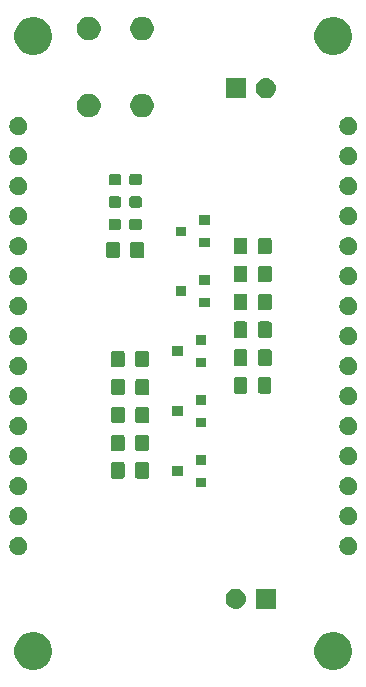
<source format=gbr>
G04 #@! TF.GenerationSoftware,KiCad,Pcbnew,(5.0.2)-1*
G04 #@! TF.CreationDate,2019-06-21T18:54:03+05:30*
G04 #@! TF.ProjectId,CapacityOfBattery,43617061-6369-4747-994f-664261747465,rev?*
G04 #@! TF.SameCoordinates,Original*
G04 #@! TF.FileFunction,Soldermask,Top*
G04 #@! TF.FilePolarity,Negative*
%FSLAX46Y46*%
G04 Gerber Fmt 4.6, Leading zero omitted, Abs format (unit mm)*
G04 Created by KiCad (PCBNEW (5.0.2)-1) date 06/21/19 18:54:03*
%MOMM*%
%LPD*%
G01*
G04 APERTURE LIST*
%ADD10C,0.100000*%
G04 APERTURE END LIST*
D10*
G36*
X42006703Y-65771486D02*
X42297883Y-65892097D01*
X42559944Y-66067201D01*
X42782799Y-66290056D01*
X42957903Y-66552117D01*
X43078514Y-66843297D01*
X43140000Y-67152412D01*
X43140000Y-67467588D01*
X43078514Y-67776703D01*
X42957903Y-68067883D01*
X42782799Y-68329944D01*
X42559944Y-68552799D01*
X42297883Y-68727903D01*
X42006703Y-68848514D01*
X41697588Y-68910000D01*
X41382412Y-68910000D01*
X41073297Y-68848514D01*
X40782117Y-68727903D01*
X40520056Y-68552799D01*
X40297201Y-68329944D01*
X40122097Y-68067883D01*
X40001486Y-67776703D01*
X39940000Y-67467588D01*
X39940000Y-67152412D01*
X40001486Y-66843297D01*
X40122097Y-66552117D01*
X40297201Y-66290056D01*
X40520056Y-66067201D01*
X40782117Y-65892097D01*
X41073297Y-65771486D01*
X41382412Y-65710000D01*
X41697588Y-65710000D01*
X42006703Y-65771486D01*
X42006703Y-65771486D01*
G37*
G36*
X16606703Y-65771486D02*
X16897883Y-65892097D01*
X17159944Y-66067201D01*
X17382799Y-66290056D01*
X17557903Y-66552117D01*
X17678514Y-66843297D01*
X17740000Y-67152412D01*
X17740000Y-67467588D01*
X17678514Y-67776703D01*
X17557903Y-68067883D01*
X17382799Y-68329944D01*
X17159944Y-68552799D01*
X16897883Y-68727903D01*
X16606703Y-68848514D01*
X16297588Y-68910000D01*
X15982412Y-68910000D01*
X15673297Y-68848514D01*
X15382117Y-68727903D01*
X15120056Y-68552799D01*
X14897201Y-68329944D01*
X14722097Y-68067883D01*
X14601486Y-67776703D01*
X14540000Y-67467588D01*
X14540000Y-67152412D01*
X14601486Y-66843297D01*
X14722097Y-66552117D01*
X14897201Y-66290056D01*
X15120056Y-66067201D01*
X15382117Y-65892097D01*
X15673297Y-65771486D01*
X15982412Y-65710000D01*
X16297588Y-65710000D01*
X16606703Y-65771486D01*
X16606703Y-65771486D01*
G37*
G36*
X36664000Y-63715000D02*
X34964000Y-63715000D01*
X34964000Y-62015000D01*
X36664000Y-62015000D01*
X36664000Y-63715000D01*
X36664000Y-63715000D01*
G37*
G36*
X33440630Y-62027299D02*
X33600855Y-62075903D01*
X33748520Y-62154831D01*
X33877949Y-62261051D01*
X33984169Y-62390480D01*
X34063097Y-62538145D01*
X34111701Y-62698370D01*
X34128112Y-62865000D01*
X34111701Y-63031630D01*
X34063097Y-63191855D01*
X33984169Y-63339520D01*
X33877949Y-63468949D01*
X33748520Y-63575169D01*
X33600855Y-63654097D01*
X33440630Y-63702701D01*
X33315752Y-63715000D01*
X33232248Y-63715000D01*
X33107370Y-63702701D01*
X32947145Y-63654097D01*
X32799480Y-63575169D01*
X32670051Y-63468949D01*
X32563831Y-63339520D01*
X32484903Y-63191855D01*
X32436299Y-63031630D01*
X32419888Y-62865000D01*
X32436299Y-62698370D01*
X32484903Y-62538145D01*
X32563831Y-62390480D01*
X32670051Y-62261051D01*
X32799480Y-62154831D01*
X32947145Y-62075903D01*
X33107370Y-62027299D01*
X33232248Y-62015000D01*
X33315752Y-62015000D01*
X33440630Y-62027299D01*
X33440630Y-62027299D01*
G37*
G36*
X42983195Y-57677522D02*
X43032267Y-57687283D01*
X43170942Y-57744724D01*
X43295750Y-57828118D01*
X43401882Y-57934250D01*
X43485276Y-58059058D01*
X43542717Y-58197734D01*
X43572000Y-58344948D01*
X43572000Y-58495052D01*
X43542717Y-58642266D01*
X43485276Y-58780942D01*
X43401882Y-58905750D01*
X43295750Y-59011882D01*
X43295747Y-59011884D01*
X43170942Y-59095276D01*
X43032267Y-59152717D01*
X42983195Y-59162478D01*
X42885052Y-59182000D01*
X42734948Y-59182000D01*
X42636805Y-59162478D01*
X42587733Y-59152717D01*
X42449058Y-59095276D01*
X42324253Y-59011884D01*
X42324250Y-59011882D01*
X42218118Y-58905750D01*
X42134724Y-58780942D01*
X42077283Y-58642266D01*
X42048000Y-58495052D01*
X42048000Y-58344948D01*
X42077283Y-58197734D01*
X42134724Y-58059058D01*
X42218118Y-57934250D01*
X42324250Y-57828118D01*
X42449058Y-57744724D01*
X42587733Y-57687283D01*
X42636805Y-57677522D01*
X42734948Y-57658000D01*
X42885052Y-57658000D01*
X42983195Y-57677522D01*
X42983195Y-57677522D01*
G37*
G36*
X15043195Y-57677522D02*
X15092267Y-57687283D01*
X15230942Y-57744724D01*
X15355750Y-57828118D01*
X15461882Y-57934250D01*
X15545276Y-58059058D01*
X15602717Y-58197734D01*
X15632000Y-58344948D01*
X15632000Y-58495052D01*
X15602717Y-58642266D01*
X15545276Y-58780942D01*
X15461882Y-58905750D01*
X15355750Y-59011882D01*
X15355747Y-59011884D01*
X15230942Y-59095276D01*
X15092267Y-59152717D01*
X15043195Y-59162478D01*
X14945052Y-59182000D01*
X14794948Y-59182000D01*
X14696805Y-59162478D01*
X14647733Y-59152717D01*
X14509058Y-59095276D01*
X14384253Y-59011884D01*
X14384250Y-59011882D01*
X14278118Y-58905750D01*
X14194724Y-58780942D01*
X14137283Y-58642266D01*
X14108000Y-58495052D01*
X14108000Y-58344948D01*
X14137283Y-58197734D01*
X14194724Y-58059058D01*
X14278118Y-57934250D01*
X14384250Y-57828118D01*
X14509058Y-57744724D01*
X14647733Y-57687283D01*
X14696805Y-57677522D01*
X14794948Y-57658000D01*
X14945052Y-57658000D01*
X15043195Y-57677522D01*
X15043195Y-57677522D01*
G37*
G36*
X42983195Y-55137522D02*
X43032267Y-55147283D01*
X43170942Y-55204724D01*
X43295750Y-55288118D01*
X43401882Y-55394250D01*
X43485276Y-55519058D01*
X43542717Y-55657734D01*
X43572000Y-55804948D01*
X43572000Y-55955052D01*
X43542717Y-56102266D01*
X43485276Y-56240942D01*
X43401882Y-56365750D01*
X43295750Y-56471882D01*
X43295747Y-56471884D01*
X43170942Y-56555276D01*
X43032267Y-56612717D01*
X42983195Y-56622478D01*
X42885052Y-56642000D01*
X42734948Y-56642000D01*
X42636805Y-56622478D01*
X42587733Y-56612717D01*
X42449058Y-56555276D01*
X42324253Y-56471884D01*
X42324250Y-56471882D01*
X42218118Y-56365750D01*
X42134724Y-56240942D01*
X42077283Y-56102266D01*
X42048000Y-55955052D01*
X42048000Y-55804948D01*
X42077283Y-55657734D01*
X42134724Y-55519058D01*
X42218118Y-55394250D01*
X42324250Y-55288118D01*
X42449058Y-55204724D01*
X42587733Y-55147283D01*
X42636805Y-55137522D01*
X42734948Y-55118000D01*
X42885052Y-55118000D01*
X42983195Y-55137522D01*
X42983195Y-55137522D01*
G37*
G36*
X15043195Y-55137522D02*
X15092267Y-55147283D01*
X15230942Y-55204724D01*
X15355750Y-55288118D01*
X15461882Y-55394250D01*
X15545276Y-55519058D01*
X15602717Y-55657734D01*
X15632000Y-55804948D01*
X15632000Y-55955052D01*
X15602717Y-56102266D01*
X15545276Y-56240942D01*
X15461882Y-56365750D01*
X15355750Y-56471882D01*
X15355747Y-56471884D01*
X15230942Y-56555276D01*
X15092267Y-56612717D01*
X15043195Y-56622478D01*
X14945052Y-56642000D01*
X14794948Y-56642000D01*
X14696805Y-56622478D01*
X14647733Y-56612717D01*
X14509058Y-56555276D01*
X14384253Y-56471884D01*
X14384250Y-56471882D01*
X14278118Y-56365750D01*
X14194724Y-56240942D01*
X14137283Y-56102266D01*
X14108000Y-55955052D01*
X14108000Y-55804948D01*
X14137283Y-55657734D01*
X14194724Y-55519058D01*
X14278118Y-55394250D01*
X14384250Y-55288118D01*
X14509058Y-55204724D01*
X14647733Y-55147283D01*
X14696805Y-55137522D01*
X14794948Y-55118000D01*
X14945052Y-55118000D01*
X15043195Y-55137522D01*
X15043195Y-55137522D01*
G37*
G36*
X42983195Y-52597522D02*
X43032267Y-52607283D01*
X43154571Y-52657943D01*
X43170942Y-52664724D01*
X43295750Y-52748118D01*
X43401882Y-52854250D01*
X43485276Y-52979058D01*
X43542717Y-53117734D01*
X43572000Y-53264948D01*
X43572000Y-53415052D01*
X43542717Y-53562266D01*
X43485276Y-53700942D01*
X43401882Y-53825750D01*
X43295750Y-53931882D01*
X43295747Y-53931884D01*
X43170942Y-54015276D01*
X43032267Y-54072717D01*
X42983195Y-54082478D01*
X42885052Y-54102000D01*
X42734948Y-54102000D01*
X42636805Y-54082478D01*
X42587733Y-54072717D01*
X42449058Y-54015276D01*
X42324253Y-53931884D01*
X42324250Y-53931882D01*
X42218118Y-53825750D01*
X42134724Y-53700942D01*
X42077283Y-53562266D01*
X42048000Y-53415052D01*
X42048000Y-53264948D01*
X42077283Y-53117734D01*
X42134724Y-52979058D01*
X42218118Y-52854250D01*
X42324250Y-52748118D01*
X42449058Y-52664724D01*
X42465429Y-52657943D01*
X42587733Y-52607283D01*
X42636805Y-52597522D01*
X42734948Y-52578000D01*
X42885052Y-52578000D01*
X42983195Y-52597522D01*
X42983195Y-52597522D01*
G37*
G36*
X15043195Y-52597522D02*
X15092267Y-52607283D01*
X15214571Y-52657943D01*
X15230942Y-52664724D01*
X15355750Y-52748118D01*
X15461882Y-52854250D01*
X15545276Y-52979058D01*
X15602717Y-53117734D01*
X15632000Y-53264948D01*
X15632000Y-53415052D01*
X15602717Y-53562266D01*
X15545276Y-53700942D01*
X15461882Y-53825750D01*
X15355750Y-53931882D01*
X15355747Y-53931884D01*
X15230942Y-54015276D01*
X15092267Y-54072717D01*
X15043195Y-54082478D01*
X14945052Y-54102000D01*
X14794948Y-54102000D01*
X14696805Y-54082478D01*
X14647733Y-54072717D01*
X14509058Y-54015276D01*
X14384253Y-53931884D01*
X14384250Y-53931882D01*
X14278118Y-53825750D01*
X14194724Y-53700942D01*
X14137283Y-53562266D01*
X14108000Y-53415052D01*
X14108000Y-53264948D01*
X14137283Y-53117734D01*
X14194724Y-52979058D01*
X14278118Y-52854250D01*
X14384250Y-52748118D01*
X14509058Y-52664724D01*
X14525429Y-52657943D01*
X14647733Y-52607283D01*
X14696805Y-52597522D01*
X14794948Y-52578000D01*
X14945052Y-52578000D01*
X15043195Y-52597522D01*
X15043195Y-52597522D01*
G37*
G36*
X30800000Y-53420000D02*
X29900000Y-53420000D01*
X29900000Y-52620000D01*
X30800000Y-52620000D01*
X30800000Y-53420000D01*
X30800000Y-53420000D01*
G37*
G36*
X23725960Y-51304028D02*
X23759396Y-51314170D01*
X23790199Y-51330636D01*
X23817203Y-51352797D01*
X23839364Y-51379801D01*
X23855830Y-51410604D01*
X23865972Y-51444040D01*
X23870000Y-51484938D01*
X23870000Y-52515062D01*
X23865972Y-52555960D01*
X23855830Y-52589396D01*
X23839364Y-52620199D01*
X23817203Y-52647203D01*
X23790199Y-52669364D01*
X23759396Y-52685830D01*
X23725960Y-52695972D01*
X23685062Y-52700000D01*
X22904938Y-52700000D01*
X22864040Y-52695972D01*
X22830604Y-52685830D01*
X22799801Y-52669364D01*
X22772797Y-52647203D01*
X22750636Y-52620199D01*
X22734170Y-52589396D01*
X22724028Y-52555960D01*
X22720000Y-52515062D01*
X22720000Y-51484938D01*
X22724028Y-51444040D01*
X22734170Y-51410604D01*
X22750636Y-51379801D01*
X22772797Y-51352797D01*
X22799801Y-51330636D01*
X22830604Y-51314170D01*
X22864040Y-51304028D01*
X22904938Y-51300000D01*
X23685062Y-51300000D01*
X23725960Y-51304028D01*
X23725960Y-51304028D01*
G37*
G36*
X25775960Y-51304028D02*
X25809396Y-51314170D01*
X25840199Y-51330636D01*
X25867203Y-51352797D01*
X25889364Y-51379801D01*
X25905830Y-51410604D01*
X25915972Y-51444040D01*
X25920000Y-51484938D01*
X25920000Y-52515062D01*
X25915972Y-52555960D01*
X25905830Y-52589396D01*
X25889364Y-52620199D01*
X25867203Y-52647203D01*
X25840199Y-52669364D01*
X25809396Y-52685830D01*
X25775960Y-52695972D01*
X25735062Y-52700000D01*
X24954938Y-52700000D01*
X24914040Y-52695972D01*
X24880604Y-52685830D01*
X24849801Y-52669364D01*
X24822797Y-52647203D01*
X24800636Y-52620199D01*
X24784170Y-52589396D01*
X24774028Y-52555960D01*
X24770000Y-52515062D01*
X24770000Y-51484938D01*
X24774028Y-51444040D01*
X24784170Y-51410604D01*
X24800636Y-51379801D01*
X24822797Y-51352797D01*
X24849801Y-51330636D01*
X24880604Y-51314170D01*
X24914040Y-51304028D01*
X24954938Y-51300000D01*
X25735062Y-51300000D01*
X25775960Y-51304028D01*
X25775960Y-51304028D01*
G37*
G36*
X28800000Y-52470000D02*
X27900000Y-52470000D01*
X27900000Y-51670000D01*
X28800000Y-51670000D01*
X28800000Y-52470000D01*
X28800000Y-52470000D01*
G37*
G36*
X42983195Y-50057522D02*
X43032267Y-50067283D01*
X43170942Y-50124724D01*
X43295750Y-50208118D01*
X43401882Y-50314250D01*
X43485276Y-50439058D01*
X43542717Y-50577734D01*
X43572000Y-50724948D01*
X43572000Y-50875052D01*
X43542717Y-51022266D01*
X43485276Y-51160942D01*
X43401882Y-51285750D01*
X43295750Y-51391882D01*
X43295747Y-51391884D01*
X43170942Y-51475276D01*
X43032267Y-51532717D01*
X42983195Y-51542478D01*
X42885052Y-51562000D01*
X42734948Y-51562000D01*
X42636805Y-51542478D01*
X42587733Y-51532717D01*
X42449058Y-51475276D01*
X42324253Y-51391884D01*
X42324250Y-51391882D01*
X42218118Y-51285750D01*
X42134724Y-51160942D01*
X42077283Y-51022266D01*
X42048000Y-50875052D01*
X42048000Y-50724948D01*
X42077283Y-50577734D01*
X42134724Y-50439058D01*
X42218118Y-50314250D01*
X42324250Y-50208118D01*
X42449058Y-50124724D01*
X42587733Y-50067283D01*
X42636805Y-50057522D01*
X42734948Y-50038000D01*
X42885052Y-50038000D01*
X42983195Y-50057522D01*
X42983195Y-50057522D01*
G37*
G36*
X15043195Y-50057522D02*
X15092267Y-50067283D01*
X15230942Y-50124724D01*
X15355750Y-50208118D01*
X15461882Y-50314250D01*
X15545276Y-50439058D01*
X15602717Y-50577734D01*
X15632000Y-50724948D01*
X15632000Y-50875052D01*
X15602717Y-51022266D01*
X15545276Y-51160942D01*
X15461882Y-51285750D01*
X15355750Y-51391882D01*
X15355747Y-51391884D01*
X15230942Y-51475276D01*
X15092267Y-51532717D01*
X15043195Y-51542478D01*
X14945052Y-51562000D01*
X14794948Y-51562000D01*
X14696805Y-51542478D01*
X14647733Y-51532717D01*
X14509058Y-51475276D01*
X14384253Y-51391884D01*
X14384250Y-51391882D01*
X14278118Y-51285750D01*
X14194724Y-51160942D01*
X14137283Y-51022266D01*
X14108000Y-50875052D01*
X14108000Y-50724948D01*
X14137283Y-50577734D01*
X14194724Y-50439058D01*
X14278118Y-50314250D01*
X14384250Y-50208118D01*
X14509058Y-50124724D01*
X14647733Y-50067283D01*
X14696805Y-50057522D01*
X14794948Y-50038000D01*
X14945052Y-50038000D01*
X15043195Y-50057522D01*
X15043195Y-50057522D01*
G37*
G36*
X30800000Y-51520000D02*
X29900000Y-51520000D01*
X29900000Y-50720000D01*
X30800000Y-50720000D01*
X30800000Y-51520000D01*
X30800000Y-51520000D01*
G37*
G36*
X23725960Y-49004028D02*
X23759396Y-49014170D01*
X23790199Y-49030636D01*
X23817203Y-49052797D01*
X23839364Y-49079801D01*
X23855830Y-49110604D01*
X23865972Y-49144040D01*
X23870000Y-49184938D01*
X23870000Y-50215062D01*
X23865972Y-50255960D01*
X23855830Y-50289396D01*
X23839364Y-50320199D01*
X23817203Y-50347203D01*
X23790199Y-50369364D01*
X23759396Y-50385830D01*
X23725960Y-50395972D01*
X23685062Y-50400000D01*
X22904938Y-50400000D01*
X22864040Y-50395972D01*
X22830604Y-50385830D01*
X22799801Y-50369364D01*
X22772797Y-50347203D01*
X22750636Y-50320199D01*
X22734170Y-50289396D01*
X22724028Y-50255960D01*
X22720000Y-50215062D01*
X22720000Y-49184938D01*
X22724028Y-49144040D01*
X22734170Y-49110604D01*
X22750636Y-49079801D01*
X22772797Y-49052797D01*
X22799801Y-49030636D01*
X22830604Y-49014170D01*
X22864040Y-49004028D01*
X22904938Y-49000000D01*
X23685062Y-49000000D01*
X23725960Y-49004028D01*
X23725960Y-49004028D01*
G37*
G36*
X25775960Y-49004028D02*
X25809396Y-49014170D01*
X25840199Y-49030636D01*
X25867203Y-49052797D01*
X25889364Y-49079801D01*
X25905830Y-49110604D01*
X25915972Y-49144040D01*
X25920000Y-49184938D01*
X25920000Y-50215062D01*
X25915972Y-50255960D01*
X25905830Y-50289396D01*
X25889364Y-50320199D01*
X25867203Y-50347203D01*
X25840199Y-50369364D01*
X25809396Y-50385830D01*
X25775960Y-50395972D01*
X25735062Y-50400000D01*
X24954938Y-50400000D01*
X24914040Y-50395972D01*
X24880604Y-50385830D01*
X24849801Y-50369364D01*
X24822797Y-50347203D01*
X24800636Y-50320199D01*
X24784170Y-50289396D01*
X24774028Y-50255960D01*
X24770000Y-50215062D01*
X24770000Y-49184938D01*
X24774028Y-49144040D01*
X24784170Y-49110604D01*
X24800636Y-49079801D01*
X24822797Y-49052797D01*
X24849801Y-49030636D01*
X24880604Y-49014170D01*
X24914040Y-49004028D01*
X24954938Y-49000000D01*
X25735062Y-49000000D01*
X25775960Y-49004028D01*
X25775960Y-49004028D01*
G37*
G36*
X42983195Y-47517522D02*
X43032267Y-47527283D01*
X43170942Y-47584724D01*
X43295750Y-47668118D01*
X43401882Y-47774250D01*
X43401884Y-47774253D01*
X43485276Y-47899058D01*
X43539514Y-48030000D01*
X43542717Y-48037734D01*
X43572000Y-48184948D01*
X43572000Y-48335052D01*
X43542717Y-48482266D01*
X43485276Y-48620942D01*
X43401882Y-48745750D01*
X43295750Y-48851882D01*
X43295747Y-48851884D01*
X43170942Y-48935276D01*
X43032267Y-48992717D01*
X42983195Y-49002478D01*
X42885052Y-49022000D01*
X42734948Y-49022000D01*
X42636805Y-49002478D01*
X42587733Y-48992717D01*
X42449058Y-48935276D01*
X42324253Y-48851884D01*
X42324250Y-48851882D01*
X42218118Y-48745750D01*
X42134724Y-48620942D01*
X42077283Y-48482266D01*
X42048000Y-48335052D01*
X42048000Y-48184948D01*
X42077283Y-48037734D01*
X42080487Y-48030000D01*
X42134724Y-47899058D01*
X42218116Y-47774253D01*
X42218118Y-47774250D01*
X42324250Y-47668118D01*
X42449058Y-47584724D01*
X42587733Y-47527283D01*
X42636805Y-47517522D01*
X42734948Y-47498000D01*
X42885052Y-47498000D01*
X42983195Y-47517522D01*
X42983195Y-47517522D01*
G37*
G36*
X15043195Y-47517522D02*
X15092267Y-47527283D01*
X15230942Y-47584724D01*
X15355750Y-47668118D01*
X15461882Y-47774250D01*
X15461884Y-47774253D01*
X15545276Y-47899058D01*
X15599514Y-48030000D01*
X15602717Y-48037734D01*
X15632000Y-48184948D01*
X15632000Y-48335052D01*
X15602717Y-48482266D01*
X15545276Y-48620942D01*
X15461882Y-48745750D01*
X15355750Y-48851882D01*
X15355747Y-48851884D01*
X15230942Y-48935276D01*
X15092267Y-48992717D01*
X15043195Y-49002478D01*
X14945052Y-49022000D01*
X14794948Y-49022000D01*
X14696805Y-49002478D01*
X14647733Y-48992717D01*
X14509058Y-48935276D01*
X14384253Y-48851884D01*
X14384250Y-48851882D01*
X14278118Y-48745750D01*
X14194724Y-48620942D01*
X14137283Y-48482266D01*
X14108000Y-48335052D01*
X14108000Y-48184948D01*
X14137283Y-48037734D01*
X14140487Y-48030000D01*
X14194724Y-47899058D01*
X14278116Y-47774253D01*
X14278118Y-47774250D01*
X14384250Y-47668118D01*
X14509058Y-47584724D01*
X14647733Y-47527283D01*
X14696805Y-47517522D01*
X14794948Y-47498000D01*
X14945052Y-47498000D01*
X15043195Y-47517522D01*
X15043195Y-47517522D01*
G37*
G36*
X30800000Y-48340000D02*
X29900000Y-48340000D01*
X29900000Y-47540000D01*
X30800000Y-47540000D01*
X30800000Y-48340000D01*
X30800000Y-48340000D01*
G37*
G36*
X23735960Y-46634028D02*
X23769396Y-46644170D01*
X23800199Y-46660636D01*
X23827203Y-46682797D01*
X23849364Y-46709801D01*
X23865830Y-46740604D01*
X23875972Y-46774040D01*
X23880000Y-46814938D01*
X23880000Y-47845062D01*
X23875972Y-47885960D01*
X23865830Y-47919396D01*
X23849364Y-47950199D01*
X23827203Y-47977203D01*
X23800199Y-47999364D01*
X23769396Y-48015830D01*
X23735960Y-48025972D01*
X23695062Y-48030000D01*
X22914938Y-48030000D01*
X22874040Y-48025972D01*
X22840604Y-48015830D01*
X22809801Y-47999364D01*
X22782797Y-47977203D01*
X22760636Y-47950199D01*
X22744170Y-47919396D01*
X22734028Y-47885960D01*
X22730000Y-47845062D01*
X22730000Y-46814938D01*
X22734028Y-46774040D01*
X22744170Y-46740604D01*
X22760636Y-46709801D01*
X22782797Y-46682797D01*
X22809801Y-46660636D01*
X22840604Y-46644170D01*
X22874040Y-46634028D01*
X22914938Y-46630000D01*
X23695062Y-46630000D01*
X23735960Y-46634028D01*
X23735960Y-46634028D01*
G37*
G36*
X25785960Y-46634028D02*
X25819396Y-46644170D01*
X25850199Y-46660636D01*
X25877203Y-46682797D01*
X25899364Y-46709801D01*
X25915830Y-46740604D01*
X25925972Y-46774040D01*
X25930000Y-46814938D01*
X25930000Y-47845062D01*
X25925972Y-47885960D01*
X25915830Y-47919396D01*
X25899364Y-47950199D01*
X25877203Y-47977203D01*
X25850199Y-47999364D01*
X25819396Y-48015830D01*
X25785960Y-48025972D01*
X25745062Y-48030000D01*
X24964938Y-48030000D01*
X24924040Y-48025972D01*
X24890604Y-48015830D01*
X24859801Y-47999364D01*
X24832797Y-47977203D01*
X24810636Y-47950199D01*
X24794170Y-47919396D01*
X24784028Y-47885960D01*
X24780000Y-47845062D01*
X24780000Y-46814938D01*
X24784028Y-46774040D01*
X24794170Y-46740604D01*
X24810636Y-46709801D01*
X24832797Y-46682797D01*
X24859801Y-46660636D01*
X24890604Y-46644170D01*
X24924040Y-46634028D01*
X24964938Y-46630000D01*
X25745062Y-46630000D01*
X25785960Y-46634028D01*
X25785960Y-46634028D01*
G37*
G36*
X28800000Y-47390000D02*
X27900000Y-47390000D01*
X27900000Y-46590000D01*
X28800000Y-46590000D01*
X28800000Y-47390000D01*
X28800000Y-47390000D01*
G37*
G36*
X15043195Y-44977522D02*
X15092267Y-44987283D01*
X15230942Y-45044724D01*
X15355750Y-45128118D01*
X15461882Y-45234250D01*
X15461884Y-45234253D01*
X15545276Y-45359058D01*
X15602717Y-45497733D01*
X15612478Y-45546805D01*
X15632000Y-45644948D01*
X15632000Y-45795052D01*
X15602717Y-45942266D01*
X15545276Y-46080942D01*
X15461882Y-46205750D01*
X15355750Y-46311882D01*
X15355747Y-46311884D01*
X15230942Y-46395276D01*
X15092267Y-46452717D01*
X15043195Y-46462478D01*
X14945052Y-46482000D01*
X14794948Y-46482000D01*
X14696805Y-46462478D01*
X14647733Y-46452717D01*
X14509058Y-46395276D01*
X14384253Y-46311884D01*
X14384250Y-46311882D01*
X14278118Y-46205750D01*
X14194724Y-46080942D01*
X14137283Y-45942266D01*
X14108000Y-45795052D01*
X14108000Y-45644948D01*
X14127522Y-45546805D01*
X14137283Y-45497733D01*
X14194724Y-45359058D01*
X14278116Y-45234253D01*
X14278118Y-45234250D01*
X14384250Y-45128118D01*
X14509058Y-45044724D01*
X14647733Y-44987283D01*
X14696805Y-44977522D01*
X14794948Y-44958000D01*
X14945052Y-44958000D01*
X15043195Y-44977522D01*
X15043195Y-44977522D01*
G37*
G36*
X42983195Y-44977522D02*
X43032267Y-44987283D01*
X43170942Y-45044724D01*
X43295750Y-45128118D01*
X43401882Y-45234250D01*
X43401884Y-45234253D01*
X43485276Y-45359058D01*
X43542717Y-45497733D01*
X43552478Y-45546805D01*
X43572000Y-45644948D01*
X43572000Y-45795052D01*
X43542717Y-45942266D01*
X43485276Y-46080942D01*
X43401882Y-46205750D01*
X43295750Y-46311882D01*
X43295747Y-46311884D01*
X43170942Y-46395276D01*
X43032267Y-46452717D01*
X42983195Y-46462478D01*
X42885052Y-46482000D01*
X42734948Y-46482000D01*
X42636805Y-46462478D01*
X42587733Y-46452717D01*
X42449058Y-46395276D01*
X42324253Y-46311884D01*
X42324250Y-46311882D01*
X42218118Y-46205750D01*
X42134724Y-46080942D01*
X42077283Y-45942266D01*
X42048000Y-45795052D01*
X42048000Y-45644948D01*
X42067522Y-45546805D01*
X42077283Y-45497733D01*
X42134724Y-45359058D01*
X42218116Y-45234253D01*
X42218118Y-45234250D01*
X42324250Y-45128118D01*
X42449058Y-45044724D01*
X42587733Y-44987283D01*
X42636805Y-44977522D01*
X42734948Y-44958000D01*
X42885052Y-44958000D01*
X42983195Y-44977522D01*
X42983195Y-44977522D01*
G37*
G36*
X30800000Y-46440000D02*
X29900000Y-46440000D01*
X29900000Y-45640000D01*
X30800000Y-45640000D01*
X30800000Y-46440000D01*
X30800000Y-46440000D01*
G37*
G36*
X23735960Y-44264028D02*
X23769396Y-44274170D01*
X23800199Y-44290636D01*
X23827203Y-44312797D01*
X23849364Y-44339801D01*
X23865830Y-44370604D01*
X23875972Y-44404040D01*
X23880000Y-44444938D01*
X23880000Y-45475062D01*
X23875972Y-45515960D01*
X23865830Y-45549396D01*
X23849364Y-45580199D01*
X23827203Y-45607203D01*
X23800199Y-45629364D01*
X23769396Y-45645830D01*
X23735960Y-45655972D01*
X23695062Y-45660000D01*
X22914938Y-45660000D01*
X22874040Y-45655972D01*
X22840604Y-45645830D01*
X22809801Y-45629364D01*
X22782797Y-45607203D01*
X22760636Y-45580199D01*
X22744170Y-45549396D01*
X22734028Y-45515960D01*
X22730000Y-45475062D01*
X22730000Y-44444938D01*
X22734028Y-44404040D01*
X22744170Y-44370604D01*
X22760636Y-44339801D01*
X22782797Y-44312797D01*
X22809801Y-44290636D01*
X22840604Y-44274170D01*
X22874040Y-44264028D01*
X22914938Y-44260000D01*
X23695062Y-44260000D01*
X23735960Y-44264028D01*
X23735960Y-44264028D01*
G37*
G36*
X25785960Y-44264028D02*
X25819396Y-44274170D01*
X25850199Y-44290636D01*
X25877203Y-44312797D01*
X25899364Y-44339801D01*
X25915830Y-44370604D01*
X25925972Y-44404040D01*
X25930000Y-44444938D01*
X25930000Y-45475062D01*
X25925972Y-45515960D01*
X25915830Y-45549396D01*
X25899364Y-45580199D01*
X25877203Y-45607203D01*
X25850199Y-45629364D01*
X25819396Y-45645830D01*
X25785960Y-45655972D01*
X25745062Y-45660000D01*
X24964938Y-45660000D01*
X24924040Y-45655972D01*
X24890604Y-45645830D01*
X24859801Y-45629364D01*
X24832797Y-45607203D01*
X24810636Y-45580199D01*
X24794170Y-45549396D01*
X24784028Y-45515960D01*
X24780000Y-45475062D01*
X24780000Y-44444938D01*
X24784028Y-44404040D01*
X24794170Y-44370604D01*
X24810636Y-44339801D01*
X24832797Y-44312797D01*
X24859801Y-44290636D01*
X24890604Y-44274170D01*
X24924040Y-44264028D01*
X24964938Y-44260000D01*
X25745062Y-44260000D01*
X25785960Y-44264028D01*
X25785960Y-44264028D01*
G37*
G36*
X34105960Y-44104028D02*
X34139396Y-44114170D01*
X34170199Y-44130636D01*
X34197203Y-44152797D01*
X34219364Y-44179801D01*
X34235830Y-44210604D01*
X34245972Y-44244040D01*
X34250000Y-44284938D01*
X34250000Y-45315062D01*
X34245972Y-45355960D01*
X34235830Y-45389396D01*
X34219364Y-45420199D01*
X34197203Y-45447203D01*
X34170199Y-45469364D01*
X34139396Y-45485830D01*
X34105960Y-45495972D01*
X34065062Y-45500000D01*
X33284938Y-45500000D01*
X33244040Y-45495972D01*
X33210604Y-45485830D01*
X33179801Y-45469364D01*
X33152797Y-45447203D01*
X33130636Y-45420199D01*
X33114170Y-45389396D01*
X33104028Y-45355960D01*
X33100000Y-45315062D01*
X33100000Y-44284938D01*
X33104028Y-44244040D01*
X33114170Y-44210604D01*
X33130636Y-44179801D01*
X33152797Y-44152797D01*
X33179801Y-44130636D01*
X33210604Y-44114170D01*
X33244040Y-44104028D01*
X33284938Y-44100000D01*
X34065062Y-44100000D01*
X34105960Y-44104028D01*
X34105960Y-44104028D01*
G37*
G36*
X36155960Y-44104028D02*
X36189396Y-44114170D01*
X36220199Y-44130636D01*
X36247203Y-44152797D01*
X36269364Y-44179801D01*
X36285830Y-44210604D01*
X36295972Y-44244040D01*
X36300000Y-44284938D01*
X36300000Y-45315062D01*
X36295972Y-45355960D01*
X36285830Y-45389396D01*
X36269364Y-45420199D01*
X36247203Y-45447203D01*
X36220199Y-45469364D01*
X36189396Y-45485830D01*
X36155960Y-45495972D01*
X36115062Y-45500000D01*
X35334938Y-45500000D01*
X35294040Y-45495972D01*
X35260604Y-45485830D01*
X35229801Y-45469364D01*
X35202797Y-45447203D01*
X35180636Y-45420199D01*
X35164170Y-45389396D01*
X35154028Y-45355960D01*
X35150000Y-45315062D01*
X35150000Y-44284938D01*
X35154028Y-44244040D01*
X35164170Y-44210604D01*
X35180636Y-44179801D01*
X35202797Y-44152797D01*
X35229801Y-44130636D01*
X35260604Y-44114170D01*
X35294040Y-44104028D01*
X35334938Y-44100000D01*
X36115062Y-44100000D01*
X36155960Y-44104028D01*
X36155960Y-44104028D01*
G37*
G36*
X15043195Y-42437522D02*
X15092267Y-42447283D01*
X15230942Y-42504724D01*
X15355750Y-42588118D01*
X15461882Y-42694250D01*
X15461884Y-42694253D01*
X15545276Y-42819058D01*
X15583132Y-42910450D01*
X15602717Y-42957734D01*
X15632000Y-43104948D01*
X15632000Y-43255052D01*
X15602717Y-43402266D01*
X15545276Y-43540942D01*
X15461882Y-43665750D01*
X15355750Y-43771882D01*
X15355747Y-43771884D01*
X15230942Y-43855276D01*
X15092267Y-43912717D01*
X15043195Y-43922478D01*
X14945052Y-43942000D01*
X14794948Y-43942000D01*
X14696805Y-43922478D01*
X14647733Y-43912717D01*
X14509058Y-43855276D01*
X14384253Y-43771884D01*
X14384250Y-43771882D01*
X14278118Y-43665750D01*
X14194724Y-43540942D01*
X14137283Y-43402266D01*
X14108000Y-43255052D01*
X14108000Y-43104948D01*
X14137283Y-42957734D01*
X14156869Y-42910450D01*
X14194724Y-42819058D01*
X14278116Y-42694253D01*
X14278118Y-42694250D01*
X14384250Y-42588118D01*
X14509058Y-42504724D01*
X14647733Y-42447283D01*
X14696805Y-42437522D01*
X14794948Y-42418000D01*
X14945052Y-42418000D01*
X15043195Y-42437522D01*
X15043195Y-42437522D01*
G37*
G36*
X42983195Y-42437522D02*
X43032267Y-42447283D01*
X43170942Y-42504724D01*
X43295750Y-42588118D01*
X43401882Y-42694250D01*
X43401884Y-42694253D01*
X43485276Y-42819058D01*
X43523132Y-42910450D01*
X43542717Y-42957734D01*
X43572000Y-43104948D01*
X43572000Y-43255052D01*
X43542717Y-43402266D01*
X43485276Y-43540942D01*
X43401882Y-43665750D01*
X43295750Y-43771882D01*
X43295747Y-43771884D01*
X43170942Y-43855276D01*
X43032267Y-43912717D01*
X42983195Y-43922478D01*
X42885052Y-43942000D01*
X42734948Y-43942000D01*
X42636805Y-43922478D01*
X42587733Y-43912717D01*
X42449058Y-43855276D01*
X42324253Y-43771884D01*
X42324250Y-43771882D01*
X42218118Y-43665750D01*
X42134724Y-43540942D01*
X42077283Y-43402266D01*
X42048000Y-43255052D01*
X42048000Y-43104948D01*
X42077283Y-42957734D01*
X42096869Y-42910450D01*
X42134724Y-42819058D01*
X42218116Y-42694253D01*
X42218118Y-42694250D01*
X42324250Y-42588118D01*
X42449058Y-42504724D01*
X42587733Y-42447283D01*
X42636805Y-42437522D01*
X42734948Y-42418000D01*
X42885052Y-42418000D01*
X42983195Y-42437522D01*
X42983195Y-42437522D01*
G37*
G36*
X23725960Y-41894028D02*
X23759396Y-41904170D01*
X23790199Y-41920636D01*
X23817203Y-41942797D01*
X23839364Y-41969801D01*
X23855830Y-42000604D01*
X23865972Y-42034040D01*
X23870000Y-42074938D01*
X23870000Y-43105062D01*
X23865972Y-43145960D01*
X23855830Y-43179396D01*
X23839364Y-43210199D01*
X23817203Y-43237203D01*
X23790199Y-43259364D01*
X23759396Y-43275830D01*
X23725960Y-43285972D01*
X23685062Y-43290000D01*
X22904938Y-43290000D01*
X22864040Y-43285972D01*
X22830604Y-43275830D01*
X22799801Y-43259364D01*
X22772797Y-43237203D01*
X22750636Y-43210199D01*
X22734170Y-43179396D01*
X22724028Y-43145960D01*
X22720000Y-43105062D01*
X22720000Y-42074938D01*
X22724028Y-42034040D01*
X22734170Y-42000604D01*
X22750636Y-41969801D01*
X22772797Y-41942797D01*
X22799801Y-41920636D01*
X22830604Y-41904170D01*
X22864040Y-41894028D01*
X22904938Y-41890000D01*
X23685062Y-41890000D01*
X23725960Y-41894028D01*
X23725960Y-41894028D01*
G37*
G36*
X25775960Y-41894028D02*
X25809396Y-41904170D01*
X25840199Y-41920636D01*
X25867203Y-41942797D01*
X25889364Y-41969801D01*
X25905830Y-42000604D01*
X25915972Y-42034040D01*
X25920000Y-42074938D01*
X25920000Y-43105062D01*
X25915972Y-43145960D01*
X25905830Y-43179396D01*
X25889364Y-43210199D01*
X25867203Y-43237203D01*
X25840199Y-43259364D01*
X25809396Y-43275830D01*
X25775960Y-43285972D01*
X25735062Y-43290000D01*
X24954938Y-43290000D01*
X24914040Y-43285972D01*
X24880604Y-43275830D01*
X24849801Y-43259364D01*
X24822797Y-43237203D01*
X24800636Y-43210199D01*
X24784170Y-43179396D01*
X24774028Y-43145960D01*
X24770000Y-43105062D01*
X24770000Y-42074938D01*
X24774028Y-42034040D01*
X24784170Y-42000604D01*
X24800636Y-41969801D01*
X24822797Y-41942797D01*
X24849801Y-41920636D01*
X24880604Y-41904170D01*
X24914040Y-41894028D01*
X24954938Y-41890000D01*
X25735062Y-41890000D01*
X25775960Y-41894028D01*
X25775960Y-41894028D01*
G37*
G36*
X30800000Y-43260000D02*
X29900000Y-43260000D01*
X29900000Y-42460000D01*
X30800000Y-42460000D01*
X30800000Y-43260000D01*
X30800000Y-43260000D01*
G37*
G36*
X36165960Y-41764028D02*
X36199396Y-41774170D01*
X36230199Y-41790636D01*
X36257203Y-41812797D01*
X36279364Y-41839801D01*
X36295830Y-41870604D01*
X36305972Y-41904040D01*
X36310000Y-41944938D01*
X36310000Y-42975062D01*
X36305972Y-43015960D01*
X36295830Y-43049396D01*
X36279364Y-43080199D01*
X36257203Y-43107203D01*
X36230199Y-43129364D01*
X36199396Y-43145830D01*
X36165960Y-43155972D01*
X36125062Y-43160000D01*
X35344938Y-43160000D01*
X35304040Y-43155972D01*
X35270604Y-43145830D01*
X35239801Y-43129364D01*
X35212797Y-43107203D01*
X35190636Y-43080199D01*
X35174170Y-43049396D01*
X35164028Y-43015960D01*
X35160000Y-42975062D01*
X35160000Y-41944938D01*
X35164028Y-41904040D01*
X35174170Y-41870604D01*
X35190636Y-41839801D01*
X35212797Y-41812797D01*
X35239801Y-41790636D01*
X35270604Y-41774170D01*
X35304040Y-41764028D01*
X35344938Y-41760000D01*
X36125062Y-41760000D01*
X36165960Y-41764028D01*
X36165960Y-41764028D01*
G37*
G36*
X34115960Y-41764028D02*
X34149396Y-41774170D01*
X34180199Y-41790636D01*
X34207203Y-41812797D01*
X34229364Y-41839801D01*
X34245830Y-41870604D01*
X34255972Y-41904040D01*
X34260000Y-41944938D01*
X34260000Y-42975062D01*
X34255972Y-43015960D01*
X34245830Y-43049396D01*
X34229364Y-43080199D01*
X34207203Y-43107203D01*
X34180199Y-43129364D01*
X34149396Y-43145830D01*
X34115960Y-43155972D01*
X34075062Y-43160000D01*
X33294938Y-43160000D01*
X33254040Y-43155972D01*
X33220604Y-43145830D01*
X33189801Y-43129364D01*
X33162797Y-43107203D01*
X33140636Y-43080199D01*
X33124170Y-43049396D01*
X33114028Y-43015960D01*
X33110000Y-42975062D01*
X33110000Y-41944938D01*
X33114028Y-41904040D01*
X33124170Y-41870604D01*
X33140636Y-41839801D01*
X33162797Y-41812797D01*
X33189801Y-41790636D01*
X33220604Y-41774170D01*
X33254040Y-41764028D01*
X33294938Y-41760000D01*
X34075062Y-41760000D01*
X34115960Y-41764028D01*
X34115960Y-41764028D01*
G37*
G36*
X28800000Y-42310000D02*
X27900000Y-42310000D01*
X27900000Y-41510000D01*
X28800000Y-41510000D01*
X28800000Y-42310000D01*
X28800000Y-42310000D01*
G37*
G36*
X15043195Y-39897522D02*
X15092267Y-39907283D01*
X15230942Y-39964724D01*
X15355750Y-40048118D01*
X15461882Y-40154250D01*
X15545276Y-40279058D01*
X15602717Y-40417734D01*
X15632000Y-40564948D01*
X15632000Y-40715052D01*
X15602717Y-40862266D01*
X15545276Y-41000942D01*
X15461882Y-41125750D01*
X15355750Y-41231882D01*
X15355747Y-41231884D01*
X15230942Y-41315276D01*
X15092267Y-41372717D01*
X15043195Y-41382478D01*
X14945052Y-41402000D01*
X14794948Y-41402000D01*
X14696805Y-41382478D01*
X14647733Y-41372717D01*
X14509058Y-41315276D01*
X14384253Y-41231884D01*
X14384250Y-41231882D01*
X14278118Y-41125750D01*
X14194724Y-41000942D01*
X14137283Y-40862266D01*
X14108000Y-40715052D01*
X14108000Y-40564948D01*
X14137283Y-40417734D01*
X14194724Y-40279058D01*
X14278118Y-40154250D01*
X14384250Y-40048118D01*
X14509058Y-39964724D01*
X14647733Y-39907283D01*
X14696805Y-39897522D01*
X14794948Y-39878000D01*
X14945052Y-39878000D01*
X15043195Y-39897522D01*
X15043195Y-39897522D01*
G37*
G36*
X42983195Y-39897522D02*
X43032267Y-39907283D01*
X43170942Y-39964724D01*
X43295750Y-40048118D01*
X43401882Y-40154250D01*
X43485276Y-40279058D01*
X43542717Y-40417734D01*
X43572000Y-40564948D01*
X43572000Y-40715052D01*
X43542717Y-40862266D01*
X43485276Y-41000942D01*
X43401882Y-41125750D01*
X43295750Y-41231882D01*
X43295747Y-41231884D01*
X43170942Y-41315276D01*
X43032267Y-41372717D01*
X42983195Y-41382478D01*
X42885052Y-41402000D01*
X42734948Y-41402000D01*
X42636805Y-41382478D01*
X42587733Y-41372717D01*
X42449058Y-41315276D01*
X42324253Y-41231884D01*
X42324250Y-41231882D01*
X42218118Y-41125750D01*
X42134724Y-41000942D01*
X42077283Y-40862266D01*
X42048000Y-40715052D01*
X42048000Y-40564948D01*
X42077283Y-40417734D01*
X42134724Y-40279058D01*
X42218118Y-40154250D01*
X42324250Y-40048118D01*
X42449058Y-39964724D01*
X42587733Y-39907283D01*
X42636805Y-39897522D01*
X42734948Y-39878000D01*
X42885052Y-39878000D01*
X42983195Y-39897522D01*
X42983195Y-39897522D01*
G37*
G36*
X30800000Y-41360000D02*
X29900000Y-41360000D01*
X29900000Y-40560000D01*
X30800000Y-40560000D01*
X30800000Y-41360000D01*
X30800000Y-41360000D01*
G37*
G36*
X36165960Y-39404028D02*
X36199396Y-39414170D01*
X36230199Y-39430636D01*
X36257203Y-39452797D01*
X36279364Y-39479801D01*
X36295830Y-39510604D01*
X36305972Y-39544040D01*
X36310000Y-39584938D01*
X36310000Y-40615062D01*
X36305972Y-40655960D01*
X36295830Y-40689396D01*
X36279364Y-40720199D01*
X36257203Y-40747203D01*
X36230199Y-40769364D01*
X36199396Y-40785830D01*
X36165960Y-40795972D01*
X36125062Y-40800000D01*
X35344938Y-40800000D01*
X35304040Y-40795972D01*
X35270604Y-40785830D01*
X35239801Y-40769364D01*
X35212797Y-40747203D01*
X35190636Y-40720199D01*
X35174170Y-40689396D01*
X35164028Y-40655960D01*
X35160000Y-40615062D01*
X35160000Y-39584938D01*
X35164028Y-39544040D01*
X35174170Y-39510604D01*
X35190636Y-39479801D01*
X35212797Y-39452797D01*
X35239801Y-39430636D01*
X35270604Y-39414170D01*
X35304040Y-39404028D01*
X35344938Y-39400000D01*
X36125062Y-39400000D01*
X36165960Y-39404028D01*
X36165960Y-39404028D01*
G37*
G36*
X34115960Y-39404028D02*
X34149396Y-39414170D01*
X34180199Y-39430636D01*
X34207203Y-39452797D01*
X34229364Y-39479801D01*
X34245830Y-39510604D01*
X34255972Y-39544040D01*
X34260000Y-39584938D01*
X34260000Y-40615062D01*
X34255972Y-40655960D01*
X34245830Y-40689396D01*
X34229364Y-40720199D01*
X34207203Y-40747203D01*
X34180199Y-40769364D01*
X34149396Y-40785830D01*
X34115960Y-40795972D01*
X34075062Y-40800000D01*
X33294938Y-40800000D01*
X33254040Y-40795972D01*
X33220604Y-40785830D01*
X33189801Y-40769364D01*
X33162797Y-40747203D01*
X33140636Y-40720199D01*
X33124170Y-40689396D01*
X33114028Y-40655960D01*
X33110000Y-40615062D01*
X33110000Y-39584938D01*
X33114028Y-39544040D01*
X33124170Y-39510604D01*
X33140636Y-39479801D01*
X33162797Y-39452797D01*
X33189801Y-39430636D01*
X33220604Y-39414170D01*
X33254040Y-39404028D01*
X33294938Y-39400000D01*
X34075062Y-39400000D01*
X34115960Y-39404028D01*
X34115960Y-39404028D01*
G37*
G36*
X15043195Y-37357522D02*
X15092267Y-37367283D01*
X15230942Y-37424724D01*
X15355750Y-37508118D01*
X15461882Y-37614250D01*
X15545276Y-37739058D01*
X15602717Y-37877734D01*
X15632000Y-38024948D01*
X15632000Y-38175052D01*
X15628937Y-38190450D01*
X15602717Y-38322267D01*
X15571371Y-38397943D01*
X15545276Y-38460942D01*
X15461882Y-38585750D01*
X15355750Y-38691882D01*
X15355747Y-38691884D01*
X15230942Y-38775276D01*
X15092267Y-38832717D01*
X15043195Y-38842478D01*
X14945052Y-38862000D01*
X14794948Y-38862000D01*
X14696805Y-38842478D01*
X14647733Y-38832717D01*
X14509058Y-38775276D01*
X14384253Y-38691884D01*
X14384250Y-38691882D01*
X14278118Y-38585750D01*
X14194724Y-38460942D01*
X14168629Y-38397943D01*
X14137283Y-38322267D01*
X14111063Y-38190450D01*
X14108000Y-38175052D01*
X14108000Y-38024948D01*
X14137283Y-37877734D01*
X14194724Y-37739058D01*
X14278118Y-37614250D01*
X14384250Y-37508118D01*
X14509058Y-37424724D01*
X14647733Y-37367283D01*
X14696805Y-37357522D01*
X14794948Y-37338000D01*
X14945052Y-37338000D01*
X15043195Y-37357522D01*
X15043195Y-37357522D01*
G37*
G36*
X42983195Y-37357522D02*
X43032267Y-37367283D01*
X43170942Y-37424724D01*
X43295750Y-37508118D01*
X43401882Y-37614250D01*
X43485276Y-37739058D01*
X43542717Y-37877734D01*
X43572000Y-38024948D01*
X43572000Y-38175052D01*
X43568937Y-38190450D01*
X43542717Y-38322267D01*
X43511371Y-38397943D01*
X43485276Y-38460942D01*
X43401882Y-38585750D01*
X43295750Y-38691882D01*
X43295747Y-38691884D01*
X43170942Y-38775276D01*
X43032267Y-38832717D01*
X42983195Y-38842478D01*
X42885052Y-38862000D01*
X42734948Y-38862000D01*
X42636805Y-38842478D01*
X42587733Y-38832717D01*
X42449058Y-38775276D01*
X42324253Y-38691884D01*
X42324250Y-38691882D01*
X42218118Y-38585750D01*
X42134724Y-38460942D01*
X42108629Y-38397943D01*
X42077283Y-38322267D01*
X42051063Y-38190450D01*
X42048000Y-38175052D01*
X42048000Y-38024948D01*
X42077283Y-37877734D01*
X42134724Y-37739058D01*
X42218118Y-37614250D01*
X42324250Y-37508118D01*
X42449058Y-37424724D01*
X42587733Y-37367283D01*
X42636805Y-37357522D01*
X42734948Y-37338000D01*
X42885052Y-37338000D01*
X42983195Y-37357522D01*
X42983195Y-37357522D01*
G37*
G36*
X36165960Y-37044028D02*
X36199396Y-37054170D01*
X36230199Y-37070636D01*
X36257203Y-37092797D01*
X36279364Y-37119801D01*
X36295830Y-37150604D01*
X36305972Y-37184040D01*
X36310000Y-37224938D01*
X36310000Y-38255062D01*
X36305972Y-38295960D01*
X36295830Y-38329396D01*
X36279364Y-38360199D01*
X36257203Y-38387203D01*
X36230199Y-38409364D01*
X36199396Y-38425830D01*
X36165960Y-38435972D01*
X36125062Y-38440000D01*
X35344938Y-38440000D01*
X35304040Y-38435972D01*
X35270604Y-38425830D01*
X35239801Y-38409364D01*
X35212797Y-38387203D01*
X35190636Y-38360199D01*
X35174170Y-38329396D01*
X35164028Y-38295960D01*
X35160000Y-38255062D01*
X35160000Y-37224938D01*
X35164028Y-37184040D01*
X35174170Y-37150604D01*
X35190636Y-37119801D01*
X35212797Y-37092797D01*
X35239801Y-37070636D01*
X35270604Y-37054170D01*
X35304040Y-37044028D01*
X35344938Y-37040000D01*
X36125062Y-37040000D01*
X36165960Y-37044028D01*
X36165960Y-37044028D01*
G37*
G36*
X34115960Y-37044028D02*
X34149396Y-37054170D01*
X34180199Y-37070636D01*
X34207203Y-37092797D01*
X34229364Y-37119801D01*
X34245830Y-37150604D01*
X34255972Y-37184040D01*
X34260000Y-37224938D01*
X34260000Y-38255062D01*
X34255972Y-38295960D01*
X34245830Y-38329396D01*
X34229364Y-38360199D01*
X34207203Y-38387203D01*
X34180199Y-38409364D01*
X34149396Y-38425830D01*
X34115960Y-38435972D01*
X34075062Y-38440000D01*
X33294938Y-38440000D01*
X33254040Y-38435972D01*
X33220604Y-38425830D01*
X33189801Y-38409364D01*
X33162797Y-38387203D01*
X33140636Y-38360199D01*
X33124170Y-38329396D01*
X33114028Y-38295960D01*
X33110000Y-38255062D01*
X33110000Y-37224938D01*
X33114028Y-37184040D01*
X33124170Y-37150604D01*
X33140636Y-37119801D01*
X33162797Y-37092797D01*
X33189801Y-37070636D01*
X33220604Y-37054170D01*
X33254040Y-37044028D01*
X33294938Y-37040000D01*
X34075062Y-37040000D01*
X34115960Y-37044028D01*
X34115960Y-37044028D01*
G37*
G36*
X31080000Y-38180000D02*
X30180000Y-38180000D01*
X30180000Y-37380000D01*
X31080000Y-37380000D01*
X31080000Y-38180000D01*
X31080000Y-38180000D01*
G37*
G36*
X29080000Y-37230000D02*
X28180000Y-37230000D01*
X28180000Y-36430000D01*
X29080000Y-36430000D01*
X29080000Y-37230000D01*
X29080000Y-37230000D01*
G37*
G36*
X15043195Y-34817522D02*
X15092267Y-34827283D01*
X15230942Y-34884724D01*
X15355750Y-34968118D01*
X15461882Y-35074250D01*
X15545276Y-35199058D01*
X15602717Y-35337734D01*
X15632000Y-35484948D01*
X15632000Y-35635052D01*
X15602717Y-35782266D01*
X15545276Y-35920942D01*
X15461882Y-36045750D01*
X15355750Y-36151882D01*
X15355747Y-36151884D01*
X15230942Y-36235276D01*
X15092267Y-36292717D01*
X15043195Y-36302478D01*
X14945052Y-36322000D01*
X14794948Y-36322000D01*
X14696805Y-36302478D01*
X14647733Y-36292717D01*
X14509058Y-36235276D01*
X14384253Y-36151884D01*
X14384250Y-36151882D01*
X14278118Y-36045750D01*
X14194724Y-35920942D01*
X14137283Y-35782266D01*
X14108000Y-35635052D01*
X14108000Y-35484948D01*
X14137283Y-35337734D01*
X14194724Y-35199058D01*
X14278118Y-35074250D01*
X14384250Y-34968118D01*
X14509058Y-34884724D01*
X14647733Y-34827283D01*
X14696805Y-34817522D01*
X14794948Y-34798000D01*
X14945052Y-34798000D01*
X15043195Y-34817522D01*
X15043195Y-34817522D01*
G37*
G36*
X42983195Y-34817522D02*
X43032267Y-34827283D01*
X43170942Y-34884724D01*
X43295750Y-34968118D01*
X43401882Y-35074250D01*
X43485276Y-35199058D01*
X43542717Y-35337734D01*
X43572000Y-35484948D01*
X43572000Y-35635052D01*
X43542717Y-35782266D01*
X43485276Y-35920942D01*
X43401882Y-36045750D01*
X43295750Y-36151882D01*
X43295747Y-36151884D01*
X43170942Y-36235276D01*
X43032267Y-36292717D01*
X42983195Y-36302478D01*
X42885052Y-36322000D01*
X42734948Y-36322000D01*
X42636805Y-36302478D01*
X42587733Y-36292717D01*
X42449058Y-36235276D01*
X42324253Y-36151884D01*
X42324250Y-36151882D01*
X42218118Y-36045750D01*
X42134724Y-35920942D01*
X42077283Y-35782266D01*
X42048000Y-35635052D01*
X42048000Y-35484948D01*
X42077283Y-35337734D01*
X42134724Y-35199058D01*
X42218118Y-35074250D01*
X42324250Y-34968118D01*
X42449058Y-34884724D01*
X42587733Y-34827283D01*
X42636805Y-34817522D01*
X42734948Y-34798000D01*
X42885052Y-34798000D01*
X42983195Y-34817522D01*
X42983195Y-34817522D01*
G37*
G36*
X31080000Y-36280000D02*
X30180000Y-36280000D01*
X30180000Y-35480000D01*
X31080000Y-35480000D01*
X31080000Y-36280000D01*
X31080000Y-36280000D01*
G37*
G36*
X36165960Y-34684028D02*
X36199396Y-34694170D01*
X36230199Y-34710636D01*
X36257203Y-34732797D01*
X36279364Y-34759801D01*
X36295830Y-34790604D01*
X36305972Y-34824040D01*
X36310000Y-34864938D01*
X36310000Y-35895062D01*
X36305972Y-35935960D01*
X36295830Y-35969396D01*
X36279364Y-36000199D01*
X36257203Y-36027203D01*
X36230199Y-36049364D01*
X36199396Y-36065830D01*
X36165960Y-36075972D01*
X36125062Y-36080000D01*
X35344938Y-36080000D01*
X35304040Y-36075972D01*
X35270604Y-36065830D01*
X35239801Y-36049364D01*
X35212797Y-36027203D01*
X35190636Y-36000199D01*
X35174170Y-35969396D01*
X35164028Y-35935960D01*
X35160000Y-35895062D01*
X35160000Y-34864938D01*
X35164028Y-34824040D01*
X35174170Y-34790604D01*
X35190636Y-34759801D01*
X35212797Y-34732797D01*
X35239801Y-34710636D01*
X35270604Y-34694170D01*
X35304040Y-34684028D01*
X35344938Y-34680000D01*
X36125062Y-34680000D01*
X36165960Y-34684028D01*
X36165960Y-34684028D01*
G37*
G36*
X34115960Y-34684028D02*
X34149396Y-34694170D01*
X34180199Y-34710636D01*
X34207203Y-34732797D01*
X34229364Y-34759801D01*
X34245830Y-34790604D01*
X34255972Y-34824040D01*
X34260000Y-34864938D01*
X34260000Y-35895062D01*
X34255972Y-35935960D01*
X34245830Y-35969396D01*
X34229364Y-36000199D01*
X34207203Y-36027203D01*
X34180199Y-36049364D01*
X34149396Y-36065830D01*
X34115960Y-36075972D01*
X34075062Y-36080000D01*
X33294938Y-36080000D01*
X33254040Y-36075972D01*
X33220604Y-36065830D01*
X33189801Y-36049364D01*
X33162797Y-36027203D01*
X33140636Y-36000199D01*
X33124170Y-35969396D01*
X33114028Y-35935960D01*
X33110000Y-35895062D01*
X33110000Y-34864938D01*
X33114028Y-34824040D01*
X33124170Y-34790604D01*
X33140636Y-34759801D01*
X33162797Y-34732797D01*
X33189801Y-34710636D01*
X33220604Y-34694170D01*
X33254040Y-34684028D01*
X33294938Y-34680000D01*
X34075062Y-34680000D01*
X34115960Y-34684028D01*
X34115960Y-34684028D01*
G37*
G36*
X23315960Y-32644028D02*
X23349396Y-32654170D01*
X23380199Y-32670636D01*
X23407203Y-32692797D01*
X23429364Y-32719801D01*
X23445830Y-32750604D01*
X23455972Y-32784040D01*
X23460000Y-32824938D01*
X23460000Y-33855062D01*
X23455972Y-33895960D01*
X23445830Y-33929396D01*
X23429364Y-33960199D01*
X23407203Y-33987203D01*
X23380199Y-34009364D01*
X23349396Y-34025830D01*
X23315960Y-34035972D01*
X23275062Y-34040000D01*
X22494938Y-34040000D01*
X22454040Y-34035972D01*
X22420604Y-34025830D01*
X22389801Y-34009364D01*
X22362797Y-33987203D01*
X22340636Y-33960199D01*
X22324170Y-33929396D01*
X22314028Y-33895960D01*
X22310000Y-33855062D01*
X22310000Y-32824938D01*
X22314028Y-32784040D01*
X22324170Y-32750604D01*
X22340636Y-32719801D01*
X22362797Y-32692797D01*
X22389801Y-32670636D01*
X22420604Y-32654170D01*
X22454040Y-32644028D01*
X22494938Y-32640000D01*
X23275062Y-32640000D01*
X23315960Y-32644028D01*
X23315960Y-32644028D01*
G37*
G36*
X25365960Y-32644028D02*
X25399396Y-32654170D01*
X25430199Y-32670636D01*
X25457203Y-32692797D01*
X25479364Y-32719801D01*
X25495830Y-32750604D01*
X25505972Y-32784040D01*
X25510000Y-32824938D01*
X25510000Y-33855062D01*
X25505972Y-33895960D01*
X25495830Y-33929396D01*
X25479364Y-33960199D01*
X25457203Y-33987203D01*
X25430199Y-34009364D01*
X25399396Y-34025830D01*
X25365960Y-34035972D01*
X25325062Y-34040000D01*
X24544938Y-34040000D01*
X24504040Y-34035972D01*
X24470604Y-34025830D01*
X24439801Y-34009364D01*
X24412797Y-33987203D01*
X24390636Y-33960199D01*
X24374170Y-33929396D01*
X24364028Y-33895960D01*
X24360000Y-33855062D01*
X24360000Y-32824938D01*
X24364028Y-32784040D01*
X24374170Y-32750604D01*
X24390636Y-32719801D01*
X24412797Y-32692797D01*
X24439801Y-32670636D01*
X24470604Y-32654170D01*
X24504040Y-32644028D01*
X24544938Y-32640000D01*
X25325062Y-32640000D01*
X25365960Y-32644028D01*
X25365960Y-32644028D01*
G37*
G36*
X15043195Y-32277522D02*
X15092267Y-32287283D01*
X15180977Y-32324028D01*
X15230942Y-32344724D01*
X15355750Y-32428118D01*
X15461882Y-32534250D01*
X15461884Y-32534253D01*
X15545276Y-32659058D01*
X15601192Y-32794051D01*
X15602717Y-32797734D01*
X15632000Y-32944948D01*
X15632000Y-33095052D01*
X15602717Y-33242266D01*
X15545276Y-33380942D01*
X15461882Y-33505750D01*
X15355750Y-33611882D01*
X15355747Y-33611884D01*
X15230942Y-33695276D01*
X15092267Y-33752717D01*
X15043195Y-33762478D01*
X14945052Y-33782000D01*
X14794948Y-33782000D01*
X14696805Y-33762478D01*
X14647733Y-33752717D01*
X14509058Y-33695276D01*
X14384253Y-33611884D01*
X14384250Y-33611882D01*
X14278118Y-33505750D01*
X14194724Y-33380942D01*
X14137283Y-33242266D01*
X14108000Y-33095052D01*
X14108000Y-32944948D01*
X14137283Y-32797734D01*
X14138809Y-32794051D01*
X14194724Y-32659058D01*
X14278116Y-32534253D01*
X14278118Y-32534250D01*
X14384250Y-32428118D01*
X14509058Y-32344724D01*
X14559023Y-32324028D01*
X14647733Y-32287283D01*
X14696805Y-32277522D01*
X14794948Y-32258000D01*
X14945052Y-32258000D01*
X15043195Y-32277522D01*
X15043195Y-32277522D01*
G37*
G36*
X42983195Y-32277522D02*
X43032267Y-32287283D01*
X43120977Y-32324028D01*
X43170942Y-32344724D01*
X43295750Y-32428118D01*
X43401882Y-32534250D01*
X43401884Y-32534253D01*
X43485276Y-32659058D01*
X43541192Y-32794051D01*
X43542717Y-32797734D01*
X43572000Y-32944948D01*
X43572000Y-33095052D01*
X43542717Y-33242266D01*
X43485276Y-33380942D01*
X43401882Y-33505750D01*
X43295750Y-33611882D01*
X43295747Y-33611884D01*
X43170942Y-33695276D01*
X43032267Y-33752717D01*
X42983195Y-33762478D01*
X42885052Y-33782000D01*
X42734948Y-33782000D01*
X42636805Y-33762478D01*
X42587733Y-33752717D01*
X42449058Y-33695276D01*
X42324253Y-33611884D01*
X42324250Y-33611882D01*
X42218118Y-33505750D01*
X42134724Y-33380942D01*
X42077283Y-33242266D01*
X42048000Y-33095052D01*
X42048000Y-32944948D01*
X42077283Y-32797734D01*
X42078809Y-32794051D01*
X42134724Y-32659058D01*
X42218116Y-32534253D01*
X42218118Y-32534250D01*
X42324250Y-32428118D01*
X42449058Y-32344724D01*
X42499023Y-32324028D01*
X42587733Y-32287283D01*
X42636805Y-32277522D01*
X42734948Y-32258000D01*
X42885052Y-32258000D01*
X42983195Y-32277522D01*
X42983195Y-32277522D01*
G37*
G36*
X36165960Y-32324028D02*
X36199396Y-32334170D01*
X36230199Y-32350636D01*
X36257203Y-32372797D01*
X36279364Y-32399801D01*
X36295830Y-32430604D01*
X36305972Y-32464040D01*
X36310000Y-32504938D01*
X36310000Y-33535062D01*
X36305972Y-33575960D01*
X36295830Y-33609396D01*
X36279364Y-33640199D01*
X36257203Y-33667203D01*
X36230199Y-33689364D01*
X36199396Y-33705830D01*
X36165960Y-33715972D01*
X36125062Y-33720000D01*
X35344938Y-33720000D01*
X35304040Y-33715972D01*
X35270604Y-33705830D01*
X35239801Y-33689364D01*
X35212797Y-33667203D01*
X35190636Y-33640199D01*
X35174170Y-33609396D01*
X35164028Y-33575960D01*
X35160000Y-33535062D01*
X35160000Y-32504938D01*
X35164028Y-32464040D01*
X35174170Y-32430604D01*
X35190636Y-32399801D01*
X35212797Y-32372797D01*
X35239801Y-32350636D01*
X35270604Y-32334170D01*
X35304040Y-32324028D01*
X35344938Y-32320000D01*
X36125062Y-32320000D01*
X36165960Y-32324028D01*
X36165960Y-32324028D01*
G37*
G36*
X34115960Y-32324028D02*
X34149396Y-32334170D01*
X34180199Y-32350636D01*
X34207203Y-32372797D01*
X34229364Y-32399801D01*
X34245830Y-32430604D01*
X34255972Y-32464040D01*
X34260000Y-32504938D01*
X34260000Y-33535062D01*
X34255972Y-33575960D01*
X34245830Y-33609396D01*
X34229364Y-33640199D01*
X34207203Y-33667203D01*
X34180199Y-33689364D01*
X34149396Y-33705830D01*
X34115960Y-33715972D01*
X34075062Y-33720000D01*
X33294938Y-33720000D01*
X33254040Y-33715972D01*
X33220604Y-33705830D01*
X33189801Y-33689364D01*
X33162797Y-33667203D01*
X33140636Y-33640199D01*
X33124170Y-33609396D01*
X33114028Y-33575960D01*
X33110000Y-33535062D01*
X33110000Y-32504938D01*
X33114028Y-32464040D01*
X33124170Y-32430604D01*
X33140636Y-32399801D01*
X33162797Y-32372797D01*
X33189801Y-32350636D01*
X33220604Y-32334170D01*
X33254040Y-32324028D01*
X33294938Y-32320000D01*
X34075062Y-32320000D01*
X34115960Y-32324028D01*
X34115960Y-32324028D01*
G37*
G36*
X31080000Y-33110000D02*
X30180000Y-33110000D01*
X30180000Y-32310000D01*
X31080000Y-32310000D01*
X31080000Y-33110000D01*
X31080000Y-33110000D01*
G37*
G36*
X29080000Y-32160000D02*
X28180000Y-32160000D01*
X28180000Y-31360000D01*
X29080000Y-31360000D01*
X29080000Y-32160000D01*
X29080000Y-32160000D01*
G37*
G36*
X25179024Y-30708955D02*
X25211736Y-30718879D01*
X25241890Y-30734997D01*
X25268316Y-30756684D01*
X25290003Y-30783110D01*
X25306121Y-30813264D01*
X25316045Y-30845976D01*
X25320000Y-30886138D01*
X25320000Y-31473862D01*
X25316045Y-31514024D01*
X25306121Y-31546736D01*
X25290003Y-31576890D01*
X25268316Y-31603316D01*
X25241890Y-31625003D01*
X25211736Y-31641121D01*
X25179024Y-31651045D01*
X25138862Y-31655000D01*
X24451138Y-31655000D01*
X24410976Y-31651045D01*
X24378264Y-31641121D01*
X24348110Y-31625003D01*
X24321684Y-31603316D01*
X24299997Y-31576890D01*
X24283879Y-31546736D01*
X24273955Y-31514024D01*
X24270000Y-31473862D01*
X24270000Y-30886138D01*
X24273955Y-30845976D01*
X24283879Y-30813264D01*
X24299997Y-30783110D01*
X24321684Y-30756684D01*
X24348110Y-30734997D01*
X24378264Y-30718879D01*
X24410976Y-30708955D01*
X24451138Y-30705000D01*
X25138862Y-30705000D01*
X25179024Y-30708955D01*
X25179024Y-30708955D01*
G37*
G36*
X23429024Y-30708955D02*
X23461736Y-30718879D01*
X23491890Y-30734997D01*
X23518316Y-30756684D01*
X23540003Y-30783110D01*
X23556121Y-30813264D01*
X23566045Y-30845976D01*
X23570000Y-30886138D01*
X23570000Y-31473862D01*
X23566045Y-31514024D01*
X23556121Y-31546736D01*
X23540003Y-31576890D01*
X23518316Y-31603316D01*
X23491890Y-31625003D01*
X23461736Y-31641121D01*
X23429024Y-31651045D01*
X23388862Y-31655000D01*
X22701138Y-31655000D01*
X22660976Y-31651045D01*
X22628264Y-31641121D01*
X22598110Y-31625003D01*
X22571684Y-31603316D01*
X22549997Y-31576890D01*
X22533879Y-31546736D01*
X22523955Y-31514024D01*
X22520000Y-31473862D01*
X22520000Y-30886138D01*
X22523955Y-30845976D01*
X22533879Y-30813264D01*
X22549997Y-30783110D01*
X22571684Y-30756684D01*
X22598110Y-30734997D01*
X22628264Y-30718879D01*
X22660976Y-30708955D01*
X22701138Y-30705000D01*
X23388862Y-30705000D01*
X23429024Y-30708955D01*
X23429024Y-30708955D01*
G37*
G36*
X42980173Y-29736921D02*
X43032267Y-29747283D01*
X43170942Y-29804724D01*
X43295750Y-29888118D01*
X43401882Y-29994250D01*
X43401884Y-29994253D01*
X43485276Y-30119058D01*
X43542717Y-30257733D01*
X43572000Y-30404950D01*
X43572000Y-30555050D01*
X43542717Y-30702267D01*
X43520177Y-30756684D01*
X43485276Y-30840942D01*
X43401882Y-30965750D01*
X43295750Y-31071882D01*
X43295747Y-31071884D01*
X43170942Y-31155276D01*
X43032267Y-31212717D01*
X42983195Y-31222478D01*
X42885052Y-31242000D01*
X42734948Y-31242000D01*
X42636805Y-31222478D01*
X42587733Y-31212717D01*
X42449058Y-31155276D01*
X42324253Y-31071884D01*
X42324250Y-31071882D01*
X42218118Y-30965750D01*
X42134724Y-30840942D01*
X42099823Y-30756684D01*
X42077283Y-30702267D01*
X42048000Y-30555050D01*
X42048000Y-30404950D01*
X42077283Y-30257733D01*
X42134724Y-30119058D01*
X42218116Y-29994253D01*
X42218118Y-29994250D01*
X42324250Y-29888118D01*
X42449058Y-29804724D01*
X42587733Y-29747283D01*
X42639827Y-29736921D01*
X42734948Y-29718000D01*
X42885052Y-29718000D01*
X42980173Y-29736921D01*
X42980173Y-29736921D01*
G37*
G36*
X15040173Y-29736921D02*
X15092267Y-29747283D01*
X15230942Y-29804724D01*
X15355750Y-29888118D01*
X15461882Y-29994250D01*
X15461884Y-29994253D01*
X15545276Y-30119058D01*
X15602717Y-30257733D01*
X15632000Y-30404950D01*
X15632000Y-30555050D01*
X15602717Y-30702267D01*
X15580177Y-30756684D01*
X15545276Y-30840942D01*
X15461882Y-30965750D01*
X15355750Y-31071882D01*
X15355747Y-31071884D01*
X15230942Y-31155276D01*
X15092267Y-31212717D01*
X15043195Y-31222478D01*
X14945052Y-31242000D01*
X14794948Y-31242000D01*
X14696805Y-31222478D01*
X14647733Y-31212717D01*
X14509058Y-31155276D01*
X14384253Y-31071884D01*
X14384250Y-31071882D01*
X14278118Y-30965750D01*
X14194724Y-30840942D01*
X14159823Y-30756684D01*
X14137283Y-30702267D01*
X14108000Y-30555050D01*
X14108000Y-30404950D01*
X14137283Y-30257733D01*
X14194724Y-30119058D01*
X14278116Y-29994253D01*
X14278118Y-29994250D01*
X14384250Y-29888118D01*
X14509058Y-29804724D01*
X14647733Y-29747283D01*
X14699827Y-29736921D01*
X14794948Y-29718000D01*
X14945052Y-29718000D01*
X15040173Y-29736921D01*
X15040173Y-29736921D01*
G37*
G36*
X31080000Y-31210000D02*
X30180000Y-31210000D01*
X30180000Y-30410000D01*
X31080000Y-30410000D01*
X31080000Y-31210000D01*
X31080000Y-31210000D01*
G37*
G36*
X25179024Y-28808955D02*
X25211736Y-28818879D01*
X25241890Y-28834997D01*
X25268316Y-28856684D01*
X25290003Y-28883110D01*
X25306121Y-28913264D01*
X25316045Y-28945976D01*
X25320000Y-28986138D01*
X25320000Y-29573862D01*
X25316045Y-29614024D01*
X25306121Y-29646736D01*
X25290003Y-29676890D01*
X25268316Y-29703316D01*
X25241890Y-29725003D01*
X25211736Y-29741121D01*
X25179024Y-29751045D01*
X25138862Y-29755000D01*
X24451138Y-29755000D01*
X24410976Y-29751045D01*
X24378264Y-29741121D01*
X24348110Y-29725003D01*
X24321684Y-29703316D01*
X24299997Y-29676890D01*
X24283879Y-29646736D01*
X24273955Y-29614024D01*
X24270000Y-29573862D01*
X24270000Y-28986138D01*
X24273955Y-28945976D01*
X24283879Y-28913264D01*
X24299997Y-28883110D01*
X24321684Y-28856684D01*
X24348110Y-28834997D01*
X24378264Y-28818879D01*
X24410976Y-28808955D01*
X24451138Y-28805000D01*
X25138862Y-28805000D01*
X25179024Y-28808955D01*
X25179024Y-28808955D01*
G37*
G36*
X23429024Y-28808955D02*
X23461736Y-28818879D01*
X23491890Y-28834997D01*
X23518316Y-28856684D01*
X23540003Y-28883110D01*
X23556121Y-28913264D01*
X23566045Y-28945976D01*
X23570000Y-28986138D01*
X23570000Y-29573862D01*
X23566045Y-29614024D01*
X23556121Y-29646736D01*
X23540003Y-29676890D01*
X23518316Y-29703316D01*
X23491890Y-29725003D01*
X23461736Y-29741121D01*
X23429024Y-29751045D01*
X23388862Y-29755000D01*
X22701138Y-29755000D01*
X22660976Y-29751045D01*
X22628264Y-29741121D01*
X22598110Y-29725003D01*
X22571684Y-29703316D01*
X22549997Y-29676890D01*
X22533879Y-29646736D01*
X22523955Y-29614024D01*
X22520000Y-29573862D01*
X22520000Y-28986138D01*
X22523955Y-28945976D01*
X22533879Y-28913264D01*
X22549997Y-28883110D01*
X22571684Y-28856684D01*
X22598110Y-28834997D01*
X22628264Y-28818879D01*
X22660976Y-28808955D01*
X22701138Y-28805000D01*
X23388862Y-28805000D01*
X23429024Y-28808955D01*
X23429024Y-28808955D01*
G37*
G36*
X15043195Y-27197522D02*
X15092267Y-27207283D01*
X15230942Y-27264724D01*
X15355750Y-27348118D01*
X15461882Y-27454250D01*
X15545276Y-27579058D01*
X15602717Y-27717734D01*
X15632000Y-27864948D01*
X15632000Y-28015052D01*
X15602717Y-28162266D01*
X15545276Y-28300942D01*
X15461882Y-28425750D01*
X15355750Y-28531882D01*
X15355747Y-28531884D01*
X15230942Y-28615276D01*
X15092267Y-28672717D01*
X15043195Y-28682478D01*
X14945052Y-28702000D01*
X14794948Y-28702000D01*
X14696805Y-28682478D01*
X14647733Y-28672717D01*
X14509058Y-28615276D01*
X14384253Y-28531884D01*
X14384250Y-28531882D01*
X14278118Y-28425750D01*
X14194724Y-28300942D01*
X14137283Y-28162266D01*
X14108000Y-28015052D01*
X14108000Y-27864948D01*
X14137283Y-27717734D01*
X14194724Y-27579058D01*
X14278118Y-27454250D01*
X14384250Y-27348118D01*
X14509058Y-27264724D01*
X14647733Y-27207283D01*
X14696805Y-27197522D01*
X14794948Y-27178000D01*
X14945052Y-27178000D01*
X15043195Y-27197522D01*
X15043195Y-27197522D01*
G37*
G36*
X42983195Y-27197522D02*
X43032267Y-27207283D01*
X43170942Y-27264724D01*
X43295750Y-27348118D01*
X43401882Y-27454250D01*
X43485276Y-27579058D01*
X43542717Y-27717734D01*
X43572000Y-27864948D01*
X43572000Y-28015052D01*
X43542717Y-28162266D01*
X43485276Y-28300942D01*
X43401882Y-28425750D01*
X43295750Y-28531882D01*
X43295747Y-28531884D01*
X43170942Y-28615276D01*
X43032267Y-28672717D01*
X42983195Y-28682478D01*
X42885052Y-28702000D01*
X42734948Y-28702000D01*
X42636805Y-28682478D01*
X42587733Y-28672717D01*
X42449058Y-28615276D01*
X42324253Y-28531884D01*
X42324250Y-28531882D01*
X42218118Y-28425750D01*
X42134724Y-28300942D01*
X42077283Y-28162266D01*
X42048000Y-28015052D01*
X42048000Y-27864948D01*
X42077283Y-27717734D01*
X42134724Y-27579058D01*
X42218118Y-27454250D01*
X42324250Y-27348118D01*
X42449058Y-27264724D01*
X42587733Y-27207283D01*
X42636805Y-27197522D01*
X42734948Y-27178000D01*
X42885052Y-27178000D01*
X42983195Y-27197522D01*
X42983195Y-27197522D01*
G37*
G36*
X25179024Y-26918955D02*
X25211736Y-26928879D01*
X25241890Y-26944997D01*
X25268316Y-26966684D01*
X25290003Y-26993110D01*
X25306121Y-27023264D01*
X25316045Y-27055976D01*
X25320000Y-27096138D01*
X25320000Y-27683862D01*
X25316045Y-27724024D01*
X25306121Y-27756736D01*
X25290003Y-27786890D01*
X25268316Y-27813316D01*
X25241890Y-27835003D01*
X25211736Y-27851121D01*
X25179024Y-27861045D01*
X25138862Y-27865000D01*
X24451138Y-27865000D01*
X24410976Y-27861045D01*
X24378264Y-27851121D01*
X24348110Y-27835003D01*
X24321684Y-27813316D01*
X24299997Y-27786890D01*
X24283879Y-27756736D01*
X24273955Y-27724024D01*
X24270000Y-27683862D01*
X24270000Y-27096138D01*
X24273955Y-27055976D01*
X24283879Y-27023264D01*
X24299997Y-26993110D01*
X24321684Y-26966684D01*
X24348110Y-26944997D01*
X24378264Y-26928879D01*
X24410976Y-26918955D01*
X24451138Y-26915000D01*
X25138862Y-26915000D01*
X25179024Y-26918955D01*
X25179024Y-26918955D01*
G37*
G36*
X23429024Y-26918955D02*
X23461736Y-26928879D01*
X23491890Y-26944997D01*
X23518316Y-26966684D01*
X23540003Y-26993110D01*
X23556121Y-27023264D01*
X23566045Y-27055976D01*
X23570000Y-27096138D01*
X23570000Y-27683862D01*
X23566045Y-27724024D01*
X23556121Y-27756736D01*
X23540003Y-27786890D01*
X23518316Y-27813316D01*
X23491890Y-27835003D01*
X23461736Y-27851121D01*
X23429024Y-27861045D01*
X23388862Y-27865000D01*
X22701138Y-27865000D01*
X22660976Y-27861045D01*
X22628264Y-27851121D01*
X22598110Y-27835003D01*
X22571684Y-27813316D01*
X22549997Y-27786890D01*
X22533879Y-27756736D01*
X22523955Y-27724024D01*
X22520000Y-27683862D01*
X22520000Y-27096138D01*
X22523955Y-27055976D01*
X22533879Y-27023264D01*
X22549997Y-26993110D01*
X22571684Y-26966684D01*
X22598110Y-26944997D01*
X22628264Y-26928879D01*
X22660976Y-26918955D01*
X22701138Y-26915000D01*
X23388862Y-26915000D01*
X23429024Y-26918955D01*
X23429024Y-26918955D01*
G37*
G36*
X42983195Y-24657522D02*
X43032267Y-24667283D01*
X43170942Y-24724724D01*
X43295750Y-24808118D01*
X43401882Y-24914250D01*
X43485276Y-25039058D01*
X43542717Y-25177734D01*
X43572000Y-25324948D01*
X43572000Y-25475052D01*
X43542717Y-25622266D01*
X43485276Y-25760942D01*
X43401882Y-25885750D01*
X43295750Y-25991882D01*
X43295747Y-25991884D01*
X43170942Y-26075276D01*
X43032267Y-26132717D01*
X42983195Y-26142478D01*
X42885052Y-26162000D01*
X42734948Y-26162000D01*
X42636805Y-26142478D01*
X42587733Y-26132717D01*
X42449058Y-26075276D01*
X42324253Y-25991884D01*
X42324250Y-25991882D01*
X42218118Y-25885750D01*
X42134724Y-25760942D01*
X42077283Y-25622266D01*
X42048000Y-25475052D01*
X42048000Y-25324948D01*
X42077283Y-25177734D01*
X42134724Y-25039058D01*
X42218118Y-24914250D01*
X42324250Y-24808118D01*
X42449058Y-24724724D01*
X42587733Y-24667283D01*
X42636805Y-24657522D01*
X42734948Y-24638000D01*
X42885052Y-24638000D01*
X42983195Y-24657522D01*
X42983195Y-24657522D01*
G37*
G36*
X15043195Y-24657522D02*
X15092267Y-24667283D01*
X15230942Y-24724724D01*
X15355750Y-24808118D01*
X15461882Y-24914250D01*
X15545276Y-25039058D01*
X15602717Y-25177734D01*
X15632000Y-25324948D01*
X15632000Y-25475052D01*
X15602717Y-25622266D01*
X15545276Y-25760942D01*
X15461882Y-25885750D01*
X15355750Y-25991882D01*
X15355747Y-25991884D01*
X15230942Y-26075276D01*
X15092267Y-26132717D01*
X15043195Y-26142478D01*
X14945052Y-26162000D01*
X14794948Y-26162000D01*
X14696805Y-26142478D01*
X14647733Y-26132717D01*
X14509058Y-26075276D01*
X14384253Y-25991884D01*
X14384250Y-25991882D01*
X14278118Y-25885750D01*
X14194724Y-25760942D01*
X14137283Y-25622266D01*
X14108000Y-25475052D01*
X14108000Y-25324948D01*
X14137283Y-25177734D01*
X14194724Y-25039058D01*
X14278118Y-24914250D01*
X14384250Y-24808118D01*
X14509058Y-24724724D01*
X14647733Y-24667283D01*
X14696805Y-24657522D01*
X14794948Y-24638000D01*
X14945052Y-24638000D01*
X15043195Y-24657522D01*
X15043195Y-24657522D01*
G37*
G36*
X42983195Y-22117522D02*
X43032267Y-22127283D01*
X43170942Y-22184724D01*
X43295750Y-22268118D01*
X43401882Y-22374250D01*
X43485276Y-22499058D01*
X43542717Y-22637734D01*
X43572000Y-22784948D01*
X43572000Y-22935052D01*
X43542717Y-23082266D01*
X43485276Y-23220942D01*
X43401882Y-23345750D01*
X43295750Y-23451882D01*
X43295747Y-23451884D01*
X43170942Y-23535276D01*
X43032267Y-23592717D01*
X42983195Y-23602478D01*
X42885052Y-23622000D01*
X42734948Y-23622000D01*
X42636805Y-23602478D01*
X42587733Y-23592717D01*
X42449058Y-23535276D01*
X42324253Y-23451884D01*
X42324250Y-23451882D01*
X42218118Y-23345750D01*
X42134724Y-23220942D01*
X42077283Y-23082266D01*
X42048000Y-22935052D01*
X42048000Y-22784948D01*
X42077283Y-22637734D01*
X42134724Y-22499058D01*
X42218118Y-22374250D01*
X42324250Y-22268118D01*
X42449058Y-22184724D01*
X42587733Y-22127283D01*
X42636805Y-22117522D01*
X42734948Y-22098000D01*
X42885052Y-22098000D01*
X42983195Y-22117522D01*
X42983195Y-22117522D01*
G37*
G36*
X15043195Y-22117522D02*
X15092267Y-22127283D01*
X15230942Y-22184724D01*
X15355750Y-22268118D01*
X15461882Y-22374250D01*
X15545276Y-22499058D01*
X15602717Y-22637734D01*
X15632000Y-22784948D01*
X15632000Y-22935052D01*
X15602717Y-23082266D01*
X15545276Y-23220942D01*
X15461882Y-23345750D01*
X15355750Y-23451882D01*
X15355747Y-23451884D01*
X15230942Y-23535276D01*
X15092267Y-23592717D01*
X15043195Y-23602478D01*
X14945052Y-23622000D01*
X14794948Y-23622000D01*
X14696805Y-23602478D01*
X14647733Y-23592717D01*
X14509058Y-23535276D01*
X14384253Y-23451884D01*
X14384250Y-23451882D01*
X14278118Y-23345750D01*
X14194724Y-23220942D01*
X14137283Y-23082266D01*
X14108000Y-22935052D01*
X14108000Y-22784948D01*
X14137283Y-22637734D01*
X14194724Y-22499058D01*
X14278118Y-22374250D01*
X14384250Y-22268118D01*
X14509058Y-22184724D01*
X14647733Y-22127283D01*
X14696805Y-22117522D01*
X14794948Y-22098000D01*
X14945052Y-22098000D01*
X15043195Y-22117522D01*
X15043195Y-22117522D01*
G37*
G36*
X21015770Y-20115372D02*
X21131689Y-20138429D01*
X21313678Y-20213811D01*
X21477463Y-20323249D01*
X21616751Y-20462537D01*
X21726189Y-20626322D01*
X21801571Y-20808311D01*
X21840000Y-21001509D01*
X21840000Y-21198491D01*
X21801571Y-21391689D01*
X21726189Y-21573678D01*
X21616751Y-21737463D01*
X21477463Y-21876751D01*
X21313678Y-21986189D01*
X21131689Y-22061571D01*
X21015770Y-22084628D01*
X20938493Y-22100000D01*
X20741507Y-22100000D01*
X20664230Y-22084628D01*
X20548311Y-22061571D01*
X20366322Y-21986189D01*
X20202537Y-21876751D01*
X20063249Y-21737463D01*
X19953811Y-21573678D01*
X19878429Y-21391689D01*
X19840000Y-21198491D01*
X19840000Y-21001509D01*
X19878429Y-20808311D01*
X19953811Y-20626322D01*
X20063249Y-20462537D01*
X20202537Y-20323249D01*
X20366322Y-20213811D01*
X20548311Y-20138429D01*
X20664230Y-20115372D01*
X20741507Y-20100000D01*
X20938493Y-20100000D01*
X21015770Y-20115372D01*
X21015770Y-20115372D01*
G37*
G36*
X25515770Y-20115372D02*
X25631689Y-20138429D01*
X25813678Y-20213811D01*
X25977463Y-20323249D01*
X26116751Y-20462537D01*
X26226189Y-20626322D01*
X26301571Y-20808311D01*
X26340000Y-21001509D01*
X26340000Y-21198491D01*
X26301571Y-21391689D01*
X26226189Y-21573678D01*
X26116751Y-21737463D01*
X25977463Y-21876751D01*
X25813678Y-21986189D01*
X25631689Y-22061571D01*
X25515770Y-22084628D01*
X25438493Y-22100000D01*
X25241507Y-22100000D01*
X25164230Y-22084628D01*
X25048311Y-22061571D01*
X24866322Y-21986189D01*
X24702537Y-21876751D01*
X24563249Y-21737463D01*
X24453811Y-21573678D01*
X24378429Y-21391689D01*
X24340000Y-21198491D01*
X24340000Y-21001509D01*
X24378429Y-20808311D01*
X24453811Y-20626322D01*
X24563249Y-20462537D01*
X24702537Y-20323249D01*
X24866322Y-20213811D01*
X25048311Y-20138429D01*
X25164230Y-20115372D01*
X25241507Y-20100000D01*
X25438493Y-20100000D01*
X25515770Y-20115372D01*
X25515770Y-20115372D01*
G37*
G36*
X34124000Y-20500000D02*
X32424000Y-20500000D01*
X32424000Y-18800000D01*
X34124000Y-18800000D01*
X34124000Y-20500000D01*
X34124000Y-20500000D01*
G37*
G36*
X35980630Y-18812299D02*
X36140855Y-18860903D01*
X36288520Y-18939831D01*
X36417949Y-19046051D01*
X36524169Y-19175480D01*
X36603097Y-19323145D01*
X36651701Y-19483370D01*
X36668112Y-19650000D01*
X36651701Y-19816630D01*
X36603097Y-19976855D01*
X36524169Y-20124520D01*
X36417949Y-20253949D01*
X36288520Y-20360169D01*
X36140855Y-20439097D01*
X35980630Y-20487701D01*
X35855752Y-20500000D01*
X35772248Y-20500000D01*
X35647370Y-20487701D01*
X35487145Y-20439097D01*
X35339480Y-20360169D01*
X35210051Y-20253949D01*
X35103831Y-20124520D01*
X35024903Y-19976855D01*
X34976299Y-19816630D01*
X34959888Y-19650000D01*
X34976299Y-19483370D01*
X35024903Y-19323145D01*
X35103831Y-19175480D01*
X35210051Y-19046051D01*
X35339480Y-18939831D01*
X35487145Y-18860903D01*
X35647370Y-18812299D01*
X35772248Y-18800000D01*
X35855752Y-18800000D01*
X35980630Y-18812299D01*
X35980630Y-18812299D01*
G37*
G36*
X42006703Y-13701486D02*
X42297883Y-13822097D01*
X42559944Y-13997201D01*
X42782799Y-14220056D01*
X42957903Y-14482117D01*
X43078514Y-14773297D01*
X43140000Y-15082412D01*
X43140000Y-15397588D01*
X43078514Y-15706703D01*
X42957903Y-15997883D01*
X42782799Y-16259944D01*
X42559944Y-16482799D01*
X42297883Y-16657903D01*
X42006703Y-16778514D01*
X41697588Y-16840000D01*
X41382412Y-16840000D01*
X41073297Y-16778514D01*
X40782117Y-16657903D01*
X40520056Y-16482799D01*
X40297201Y-16259944D01*
X40122097Y-15997883D01*
X40001486Y-15706703D01*
X39940000Y-15397588D01*
X39940000Y-15082412D01*
X40001486Y-14773297D01*
X40122097Y-14482117D01*
X40297201Y-14220056D01*
X40520056Y-13997201D01*
X40782117Y-13822097D01*
X41073297Y-13701486D01*
X41382412Y-13640000D01*
X41697588Y-13640000D01*
X42006703Y-13701486D01*
X42006703Y-13701486D01*
G37*
G36*
X16606703Y-13701486D02*
X16897883Y-13822097D01*
X17159944Y-13997201D01*
X17382799Y-14220056D01*
X17557903Y-14482117D01*
X17678514Y-14773297D01*
X17740000Y-15082412D01*
X17740000Y-15397588D01*
X17678514Y-15706703D01*
X17557903Y-15997883D01*
X17382799Y-16259944D01*
X17159944Y-16482799D01*
X16897883Y-16657903D01*
X16606703Y-16778514D01*
X16297588Y-16840000D01*
X15982412Y-16840000D01*
X15673297Y-16778514D01*
X15382117Y-16657903D01*
X15120056Y-16482799D01*
X14897201Y-16259944D01*
X14722097Y-15997883D01*
X14601486Y-15706703D01*
X14540000Y-15397588D01*
X14540000Y-15082412D01*
X14601486Y-14773297D01*
X14722097Y-14482117D01*
X14897201Y-14220056D01*
X15120056Y-13997201D01*
X15382117Y-13822097D01*
X15673297Y-13701486D01*
X15982412Y-13640000D01*
X16297588Y-13640000D01*
X16606703Y-13701486D01*
X16606703Y-13701486D01*
G37*
G36*
X25515770Y-13615372D02*
X25631689Y-13638429D01*
X25813678Y-13713811D01*
X25977463Y-13823249D01*
X26116751Y-13962537D01*
X26226189Y-14126322D01*
X26301571Y-14308311D01*
X26340000Y-14501509D01*
X26340000Y-14698491D01*
X26301571Y-14891689D01*
X26226189Y-15073678D01*
X26116751Y-15237463D01*
X25977463Y-15376751D01*
X25813678Y-15486189D01*
X25631689Y-15561571D01*
X25515770Y-15584628D01*
X25438493Y-15600000D01*
X25241507Y-15600000D01*
X25164230Y-15584628D01*
X25048311Y-15561571D01*
X24866322Y-15486189D01*
X24702537Y-15376751D01*
X24563249Y-15237463D01*
X24453811Y-15073678D01*
X24378429Y-14891689D01*
X24340000Y-14698491D01*
X24340000Y-14501509D01*
X24378429Y-14308311D01*
X24453811Y-14126322D01*
X24563249Y-13962537D01*
X24702537Y-13823249D01*
X24866322Y-13713811D01*
X25048311Y-13638429D01*
X25164230Y-13615372D01*
X25241507Y-13600000D01*
X25438493Y-13600000D01*
X25515770Y-13615372D01*
X25515770Y-13615372D01*
G37*
G36*
X21015770Y-13615372D02*
X21131689Y-13638429D01*
X21313678Y-13713811D01*
X21477463Y-13823249D01*
X21616751Y-13962537D01*
X21726189Y-14126322D01*
X21801571Y-14308311D01*
X21840000Y-14501509D01*
X21840000Y-14698491D01*
X21801571Y-14891689D01*
X21726189Y-15073678D01*
X21616751Y-15237463D01*
X21477463Y-15376751D01*
X21313678Y-15486189D01*
X21131689Y-15561571D01*
X21015770Y-15584628D01*
X20938493Y-15600000D01*
X20741507Y-15600000D01*
X20664230Y-15584628D01*
X20548311Y-15561571D01*
X20366322Y-15486189D01*
X20202537Y-15376751D01*
X20063249Y-15237463D01*
X19953811Y-15073678D01*
X19878429Y-14891689D01*
X19840000Y-14698491D01*
X19840000Y-14501509D01*
X19878429Y-14308311D01*
X19953811Y-14126322D01*
X20063249Y-13962537D01*
X20202537Y-13823249D01*
X20366322Y-13713811D01*
X20548311Y-13638429D01*
X20664230Y-13615372D01*
X20741507Y-13600000D01*
X20938493Y-13600000D01*
X21015770Y-13615372D01*
X21015770Y-13615372D01*
G37*
M02*

</source>
